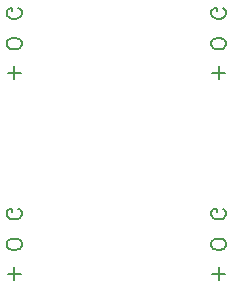
<source format=gbo>
G04 DipTrace 2.3.1.0*
%INOptoSwitch.GBO*%
%MOMM*%
%ADD25C,0.196*%
%FSLAX53Y53*%
G04*
G71*
G90*
G75*
G01*
%LNBotSilk*%
%LPD*%
X34551Y10011D2*
D25*
X33457D1*
X34003Y9465D2*
Y10558D1*
X34643Y12369D2*
X34582Y12247D1*
X34460Y12126D1*
X34339Y12065D1*
X34157Y12004D1*
X33852D1*
X33671Y12065D1*
X33549Y12126D1*
X33428Y12247D1*
X33366Y12369D1*
Y12612D1*
X33428Y12733D1*
X33549Y12855D1*
X33671Y12915D1*
X33852Y12976D1*
X34157D1*
X34339Y12915D1*
X34460Y12855D1*
X34582Y12733D1*
X34643Y12612D1*
Y12369D1*
X34339Y15516D2*
X34460Y15456D1*
X34582Y15334D1*
X34643Y15213D1*
Y14970D1*
X34582Y14848D1*
X34460Y14727D1*
X34339Y14665D1*
X34157Y14605D1*
X33852D1*
X33671Y14665D1*
X33549Y14727D1*
X33428Y14848D1*
X33366Y14970D1*
Y15213D1*
X33428Y15334D1*
X33549Y15456D1*
X33671Y15516D1*
X33852D1*
Y15213D1*
X17247Y10011D2*
X16153D1*
X16699Y9465D2*
Y10558D1*
X17339Y12369D2*
X17278Y12247D1*
X17156Y12126D1*
X17036Y12065D1*
X16853Y12004D1*
X16548D1*
X16367Y12065D1*
X16245Y12126D1*
X16124Y12247D1*
X16063Y12369D1*
Y12612D1*
X16124Y12733D1*
X16245Y12855D1*
X16367Y12915D1*
X16548Y12976D1*
X16853D1*
X17036Y12915D1*
X17156Y12855D1*
X17278Y12733D1*
X17339Y12612D1*
Y12369D1*
X17036Y15516D2*
X17156Y15456D1*
X17278Y15334D1*
X17339Y15213D1*
Y14970D1*
X17278Y14848D1*
X17156Y14727D1*
X17036Y14665D1*
X16853Y14605D1*
X16548D1*
X16367Y14665D1*
X16245Y14727D1*
X16124Y14848D1*
X16063Y14970D1*
Y15213D1*
X16124Y15334D1*
X16245Y15456D1*
X16367Y15516D1*
X16548D1*
Y15213D1*
X17247Y26997D2*
X16153D1*
X16699Y26451D2*
Y27545D1*
X17339Y29356D2*
X17278Y29233D1*
X17156Y29113D1*
X17036Y29051D1*
X16853Y28991D1*
X16548D1*
X16367Y29051D1*
X16245Y29113D1*
X16124Y29233D1*
X16063Y29356D1*
Y29598D1*
X16124Y29719D1*
X16245Y29841D1*
X16367Y29902D1*
X16548Y29962D1*
X16853D1*
X17036Y29902D1*
X17156Y29841D1*
X17278Y29719D1*
X17339Y29598D1*
Y29356D1*
X17036Y32502D2*
X17156Y32442D1*
X17278Y32320D1*
X17339Y32199D1*
Y31956D1*
X17278Y31834D1*
X17156Y31714D1*
X17036Y31652D1*
X16853Y31591D1*
X16548D1*
X16367Y31652D1*
X16245Y31714D1*
X16124Y31834D1*
X16063Y31956D1*
Y32199D1*
X16124Y32320D1*
X16245Y32442D1*
X16367Y32502D1*
X16548D1*
Y32199D1*
X34551Y26997D2*
X33457D1*
X34003Y26451D2*
Y27545D1*
X34643Y29356D2*
X34582Y29233D1*
X34460Y29113D1*
X34339Y29051D1*
X34157Y28991D1*
X33852D1*
X33671Y29051D1*
X33549Y29113D1*
X33428Y29233D1*
X33366Y29356D1*
Y29598D1*
X33428Y29719D1*
X33549Y29841D1*
X33671Y29902D1*
X33852Y29962D1*
X34157D1*
X34339Y29902D1*
X34460Y29841D1*
X34582Y29719D1*
X34643Y29598D1*
Y29356D1*
X34339Y32502D2*
X34460Y32442D1*
X34582Y32320D1*
X34643Y32199D1*
Y31956D1*
X34582Y31834D1*
X34460Y31714D1*
X34339Y31652D1*
X34157Y31591D1*
X33852D1*
X33671Y31652D1*
X33549Y31714D1*
X33428Y31834D1*
X33366Y31956D1*
Y32199D1*
X33428Y32320D1*
X33549Y32442D1*
X33671Y32502D1*
X33852D1*
Y32199D1*
M02*

</source>
